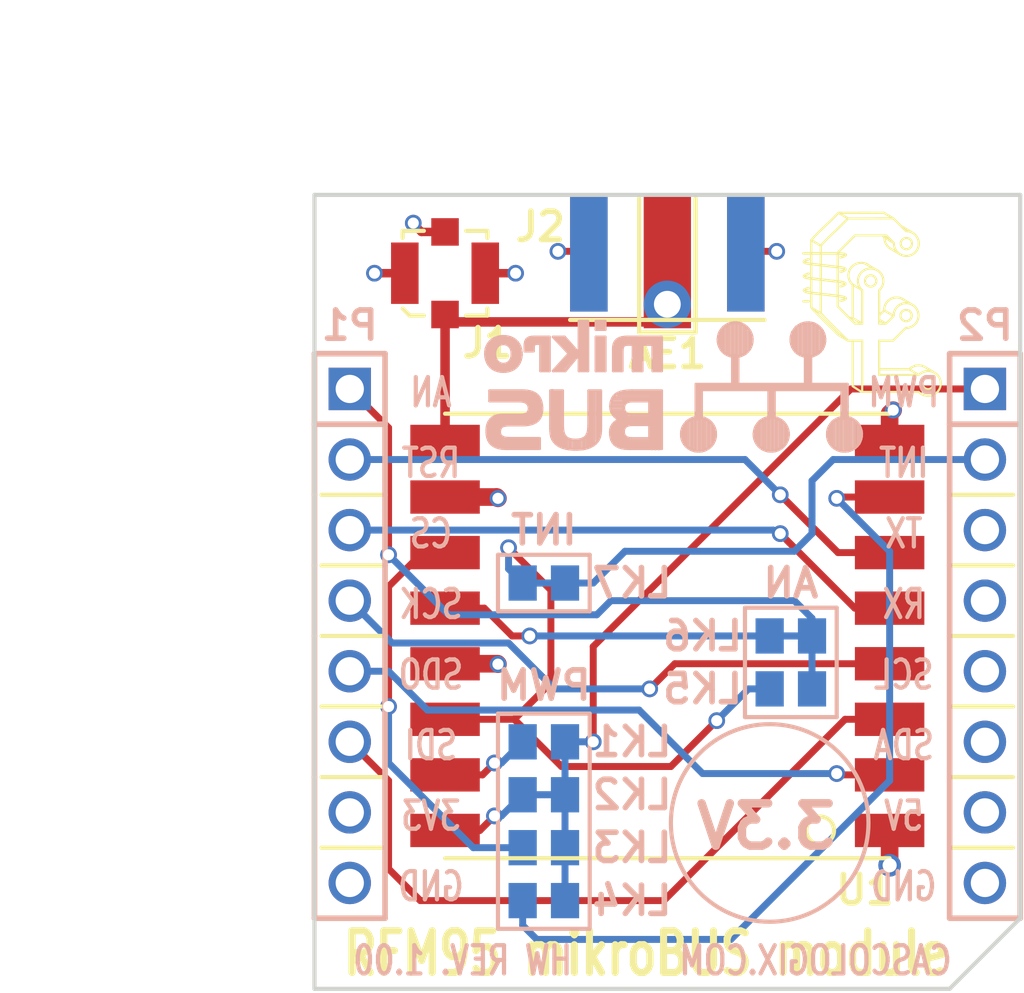
<source format=kicad_pcb>
(kicad_pcb (version 4) (host pcbnew 4.0.4-stable)
  (title_block (title "RFM95 mikroBUS Module") (date 2016-01-08) (rev 1.00))
  (layers (0 F.Cu signal) (1 Gnd.Cu power hide) (2 Pwr.Cu power hide) (31 B.Cu signal) (34 B.Paste user) (35 F.Paste user) (36 B.SilkS user) (37 F.SilkS user) (38 B.Mask user) (39 F.Mask user) (44 Edge.Cuts user))
  (net 0 "")
  (net 1 MOSI)
  (net 2 SCK)
  (net 3 CS)
  (net 4 RST)
  (net 5 AN)
  (net 6 +3.3V)
  (net 7 GND)
  (net 8 MISO)
  (net 9 INT)
  (net 10 PWM)
  (net 11 "Net-(AE1-Pad1)")
  (net 12 DIO1)
  (net 13 DIO2)
  (net 14 DIO3)
  (net 15 DIO5)
  (net 16 DIO4)
  (net 17 DIO0)
  (module RF_Modules:RFM95W (layer F.Cu) (at 123.698 113.665 180)
    (fp_text reference U1 (at -7.112 -9.144 180) (layer F.SilkS) (effects (font (size 1.016 1.016) (thickness 0.2032))))
    (fp_text value RFM95W)
    (pad 1 smd rect (at -8 -7 180) (size 2.5 1.2) (layers F.Cu F.Paste F.Mask) (net 7 GND))
    (pad 2 smd rect (at -8 -5 180) (size 2.5 1.2) (layers F.Cu F.Paste F.Mask) (net 8 MISO))
    (pad 3 smd rect (at -8 -3 180) (size 2.5 1.2) (layers F.Cu F.Paste F.Mask) (net 1 MOSI))
    (pad 4 smd rect (at -8 -1 180) (size 2.5 1.2) (layers F.Cu F.Paste F.Mask) (net 2 SCK))
    (pad 5 smd rect (at -8 1 180) (size 2.5 1.2) (layers F.Cu F.Paste F.Mask) (net 3 CS))
    (pad 6 smd rect (at -8 3 180) (size 2.5 1.2) (layers F.Cu F.Paste F.Mask) (net 4 RST))
    (pad 7 smd rect (at -8 5 180) (size 2.5 1.2) (layers F.Cu F.Paste F.Mask) (net 15 DIO5))
    (pad 8 smd rect (at -8 7 180) (size 2.5 1.2) (layers F.Cu F.Paste F.Mask) (net 7 GND))
    (pad 9 smd rect (at 8 7 180) (size 2.5 1.2) (layers F.Cu F.Paste F.Mask) (net 11 "Net-(AE1-Pad1)"))
    (pad 10 smd rect (at 8 5 180) (size 2.5 1.2) (layers F.Cu F.Paste F.Mask) (net 7 GND))
    (pad 11 smd rect (at 8 3 180) (size 2.5 1.2) (layers F.Cu F.Paste F.Mask) (net 14 DIO3))
    (pad 12 smd rect (at 8 1 180) (size 2.5 1.2) (layers F.Cu F.Paste F.Mask) (net 16 DIO4))
    (pad 13 smd rect (at 8 -1 180) (size 2.5 1.2) (layers F.Cu F.Paste F.Mask) (net 6 +3.3V))
    (pad 14 smd rect (at 8 -3 180) (size 2.5 1.2) (layers F.Cu F.Paste F.Mask) (net 17 DIO0))
    (pad 15 smd rect (at 8 -5 180) (size 2.5 1.2) (layers F.Cu F.Paste F.Mask) (net 12 DIO1))
    (pad 16 smd rect (at 8 -7 180) (size 2.5 1.2) (layers F.Cu F.Paste F.Mask) (net 13 DIO2))
  )
  (module Header:HEADER_M_2.54MM_1R8P_ST_AU_PTH (layer B.Cu) (at 135.128 113.665 270)
    (fp_text reference P2 (at -11.176 0 360) (layer B.SilkS) (effects (font (size 1.016 1.016) (thickness 0.2032)) (justify mirror)))
    (fp_text value HEADER_M_2.54MM_1R8P_ST_AU_PTH hide)
    (pad 6 thru_hole circle (at 3.81 0 270) (size 1.524 1.524) (drill 1.016) (layers *.Cu *.Mask))
    (pad 4 thru_hole circle (at -1.27 0 270) (size 1.524 1.524) (drill 1.016) (layers *.Cu *.Mask))
    (pad 3 thru_hole circle (at -3.81 0 270) (size 1.524 1.524) (drill 1.016) (layers *.Cu *.Mask))
    (pad 2 thru_hole circle (at -6.35 0 270) (size 1.524 1.524) (drill 1.016) (layers *.Cu *.Mask) (net 9 INT))
    (pad 1 thru_hole rect (at -8.89 0 270) (size 1.524 1.524) (drill 1.016) (layers *.Cu *.Mask) (net 10 PWM))
    (pad 7 thru_hole circle (at 6.35 0 270) (size 1.524 1.524) (drill 1.016) (layers *.Cu *.Mask))
    (pad 8 thru_hole circle (at 8.89 0 270) (size 1.524 1.524) (drill 1.016) (layers *.Cu *.Mask) (net 7 GND))
    (pad 5 thru_hole circle (at 1.27 0 270) (size 1.524 1.524) (drill 1.016) (layers *.Cu *.Mask))
  )
  (module Header:HEADER_M_2.54MM_1R8P_ST_AU_PTH (layer B.Cu) (at 112.268 113.665 270)
    (fp_text reference P1 (at -11.176 0 360) (layer B.SilkS) (effects (font (size 1.016 1.016) (thickness 0.2032)) (justify mirror)))
    (fp_text value HEADER_M_2.54MM_1R8P_ST_AU_PTH hide)
    (pad 6 thru_hole circle (at 3.81 0 270) (size 1.524 1.524) (drill 1.016) (layers *.Cu *.Mask) (net 1 MOSI))
    (pad 4 thru_hole circle (at -1.27 0 270) (size 1.524 1.524) (drill 1.016) (layers *.Cu *.Mask) (net 2 SCK))
    (pad 3 thru_hole circle (at -3.81 0 270) (size 1.524 1.524) (drill 1.016) (layers *.Cu *.Mask) (net 3 CS))
    (pad 2 thru_hole circle (at -6.35 0 270) (size 1.524 1.524) (drill 1.016) (layers *.Cu *.Mask) (net 4 RST))
    (pad 1 thru_hole rect (at -8.89 0 270) (size 1.524 1.524) (drill 1.016) (layers *.Cu *.Mask) (net 5 AN))
    (pad 7 thru_hole circle (at 6.35 0 270) (size 1.524 1.524) (drill 1.016) (layers *.Cu *.Mask) (net 6 +3.3V))
    (pad 8 thru_hole circle (at 8.89 0 270) (size 1.524 1.524) (drill 1.016) (layers *.Cu *.Mask) (net 7 GND))
    (pad 5 thru_hole circle (at 1.27 0 270) (size 1.524 1.524) (drill 1.016) (layers *.Cu *.Mask) (net 8 MISO))
  )
  (module Connector:U.FL-R-SMT (layer F.Cu) (at 115.697 100.6094)
    (fp_text reference J1 (at 1.524 2.5146) (layer F.SilkS) (effects (font (size 1.016 1.016) (thickness 0.2032))))
    (fp_text value u.FL hide)
    (pad 1 smd rect (at 0 1.4859) (size 0.9906 0.9906) (layers F.Cu F.Paste F.Mask) (net 11 "Net-(AE1-Pad1)"))
    (pad 4 smd rect (at 1.4478 0) (size 0.9906 2.2098) (layers F.Cu F.Paste F.Mask) (net 7 GND))
    (pad 2 smd rect (at -1.4478 0) (size 0.9906 2.2098) (layers F.Cu F.Paste F.Mask) (net 7 GND))
    (pad 3 smd rect (at 0 -1.4859) (size 0.9906 0.9906) (layers F.Cu F.Paste F.Mask) (net 7 GND))
  )
  (module Passive:ANTENNA_HELICAL_RA (layer F.Cu) (at 123.698 101.727)
    (fp_text reference AE1 (at 0 1.778) (layer F.SilkS) (effects (font (size 1.016 1.016) (thickness 0.2032))))
    (fp_text value Antenna_Helical_RA hide)
    (pad 1 thru_hole circle (at 0 0) (size 1.7018 1.7018) (drill 0.9652) (layers *.Cu *.Mask) (net 11 "Net-(AE1-Pad1)"))
    (pad 1 smd rect (at 0 -1.524) (size 1.7018 4.7752) (layers F.Cu F.Mask) (net 11 "Net-(AE1-Pad1)"))
  )
  (module Passive:SOLDER_LINK_NC (layer B.Cu) (at 119.253 111.76 90)
    (fp_text reference LK7 (at 0 3.175 360) (layer B.SilkS) (effects (font (size 1.016 1.016) (thickness 0.2032)) (justify mirror)))
    (fp_text value NC hide)
    (fp_line (start 0 -0.508) (end 0 0.508) (layer B.Cu) (width 0.254))
    (pad 1 smd rect (at 0 0.762 90) (size 1.27 1.016) (layers B.Cu B.Mask) (net 9 INT))
    (pad 2 smd rect (at 0 -0.762 90) (size 1.27 1.016) (layers B.Cu B.Mask) (net 17 DIO0))
  )
  (module Passive:SOLDER_LINK_NC (layer B.Cu) (at 119.253 119.38 90)
    (fp_text reference LK2 (at 0 3.175 360) (layer B.SilkS) (effects (font (size 1.016 1.016) (thickness 0.2032)) (justify mirror)))
    (fp_text value NC hide)
    (fp_line (start 0 -0.508) (end 0 0.508) (layer B.Cu) (width 0.254))
    (pad 1 smd rect (at 0 0.762 90) (size 1.27 1.016) (layers B.Cu B.Mask) (net 10 PWM))
    (pad 2 smd rect (at 0 -0.762 90) (size 1.27 1.016) (layers B.Cu B.Mask) (net 13 DIO2))
  )
  (module Passive:SOLDER_LINK_NC (layer B.Cu) (at 128.143 113.665 90)
    (fp_text reference LK6 (at 0 -3.175 360) (layer B.SilkS) (effects (font (size 1.016 1.016) (thickness 0.2032)) (justify mirror)))
    (fp_text value NC hide)
    (fp_line (start 0 -0.508) (end 0 0.508) (layer B.Cu) (width 0.254))
    (pad 1 smd rect (at 0 0.762 90) (size 1.27 1.016) (layers B.Cu B.Mask) (net 5 AN))
    (pad 2 smd rect (at 0 -0.762 90) (size 1.27 1.016) (layers B.Cu B.Mask) (net 16 DIO4))
  )
  (module Passive:SOLDER_LINK_NO (layer B.Cu) (at 119.253 117.475 90)
    (fp_text reference LK1 (at 0 3.175 360) (layer B.SilkS) (effects (font (size 1.016 1.016) (thickness 0.2032)) (justify mirror)))
    (fp_text value NO hide)
    (pad 1 smd rect (at 0 0.762 90) (size 1.27 1.016) (layers B.Cu B.Mask) (net 10 PWM))
    (pad 2 smd rect (at 0 -0.762 90) (size 1.27 1.016) (layers B.Cu B.Mask) (net 12 DIO1))
  )
  (module Passive:SOLDER_LINK_NO (layer B.Cu) (at 119.253 121.285 90)
    (fp_text reference LK3 (at 0 3.175 360) (layer B.SilkS) (effects (font (size 1.016 1.016) (thickness 0.2032)) (justify mirror)))
    (fp_text value NO hide)
    (pad 1 smd rect (at 0 0.762 90) (size 1.27 1.016) (layers B.Cu B.Mask) (net 10 PWM))
    (pad 2 smd rect (at 0 -0.762 90) (size 1.27 1.016) (layers B.Cu B.Mask) (net 14 DIO3))
  )
  (module Passive:SOLDER_LINK_NO (layer B.Cu) (at 119.253 123.19 90)
    (fp_text reference LK4 (at 0 3.175 360) (layer B.SilkS) (effects (font (size 1.016 1.016) (thickness 0.2032)) (justify mirror)))
    (fp_text value NO hide)
    (pad 1 smd rect (at 0 0.762 90) (size 1.27 1.016) (layers B.Cu B.Mask) (net 10 PWM))
    (pad 2 smd rect (at 0 -0.762 90) (size 1.27 1.016) (layers B.Cu B.Mask) (net 15 DIO5))
  )
  (module Passive:SOLDER_LINK_NO (layer B.Cu) (at 128.143 115.57 90)
    (fp_text reference LK5 (at 0 -3.175 360) (layer B.SilkS) (effects (font (size 1.016 1.016) (thickness 0.2032)) (justify mirror)))
    (fp_text value NO hide)
    (pad 1 smd rect (at 0 0.762 90) (size 1.27 1.016) (layers B.Cu B.Mask) (net 5 AN))
    (pad 2 smd rect (at 0 -0.762 90) (size 1.27 1.016) (layers B.Cu B.Mask) (net 17 DIO0))
  )
  (module Logo:mikroBUS_Small (layer B.Cu) (at 123.698 104.775 180)
    (fp_text reference "" hide)
    (fp_text value mikroBUS_Small hide)
  )
  (module Connector:SMA_EDGE (layer F.Cu) (at 123.698 97.79 270)
    (fp_text reference J2 (at 1.143 4.572 360) (layer F.SilkS) (effects (font (size 1.016 1.016) (thickness 0.2032))))
    (fp_text value SMA)
    (pad "" connect rect (at 2.1 2.825 270) (size 4.2 1.35) (layers B.Cu B.Mask))
    (pad "" connect rect (at 2.1 -2.825 270) (size 4.2 1.35) (layers B.Cu B.Mask))
    (pad 2 connect rect (at 2.1 -2.825 270) (size 4.2 1.35) (layers F.Cu F.Mask) (net 7 GND))
    (pad 3 connect rect (at 2.1 2.825 270) (size 4.2 1.35) (layers F.Cu F.Mask) (net 7 GND))
    (pad 1 connect rect (at 1.9 0 270) (size 3.6 1.27) (layers F.Cu F.Mask) (net 11 "Net-(AE1-Pad1)"))
  )
  (module Logo:Casco_Logix_Logo_6x6MM (layer F.Cu) (at 131.064 101.727)
    (fp_text reference G1 hide)
    (fp_text value Casco_Logix_Logo hide)
  )
  (gr_text AN (at 128.143 111.76) (layer B.SilkS) (effects (font (size 1.016 1.016) (thickness 0.2032)) (justify mirror)))
  (gr_text INT (at 119.253 109.855) (layer B.SilkS) (effects (font (size 1.016 1.016) (thickness 0.2032)) (justify mirror)))
  (gr_line (start 120.904 110.744) (end 117.602 110.744) (angle 90) (layer B.SilkS) (width 0.15))
  (gr_line (start 120.904 112.776) (end 120.904 110.744) (angle 90) (layer B.SilkS) (width 0.15))
  (gr_line (start 117.602 112.776) (end 120.904 112.776) (angle 90) (layer B.SilkS) (width 0.15))
  (gr_line (start 117.602 110.744) (end 117.602 112.776) (angle 90) (layer B.SilkS) (width 0.15))
  (gr_line (start 126.492 112.649) (end 126.492 116.586) (angle 90) (layer B.SilkS) (width 0.15))
  (gr_line (start 129.794 112.649) (end 126.492 112.649) (angle 90) (layer B.SilkS) (width 0.15))
  (gr_line (start 129.794 116.586) (end 129.794 112.649) (angle 90) (layer B.SilkS) (width 0.15))
  (gr_line (start 126.492 116.586) (end 129.794 116.586) (angle 90) (layer B.SilkS) (width 0.15))
  (gr_line (start 120.904 124.206) (end 120.904 116.459) (angle 90) (layer B.SilkS) (width 0.15))
  (gr_line (start 117.602 124.206) (end 120.904 124.206) (angle 90) (layer B.SilkS) (width 0.15))
  (gr_line (start 117.602 116.459) (end 117.602 124.206) (angle 90) (layer B.SilkS) (width 0.15))
  (gr_line (start 120.904 116.459) (end 117.602 116.459) (angle 90) (layer B.SilkS) (width 0.15))
  (gr_text PWM (at 119.253 115.443) (layer B.SilkS) (effects (font (size 1.016 1.016) (thickness 0.2032)) (justify mirror)))
  (gr_line (start 133.858 126.365) (end 136.398 123.825) (angle 90) (layer Edge.Cuts) (width 0.15))
  (gr_text CS (at 115.189 109.982) (layer B.SilkS) (effects (font (size 1.016 0.762) (thickness 0.1524)) (justify mirror)))
  (gr_text "RFM95 mikroBUS module" (at 122.936 125.095) (layer F.SilkS) (effects (font (size 1.5 1.143) (thickness 0.254))))
  (gr_line (start 136.398 123.825) (end 136.398 97.79) (angle 90) (layer Edge.Cuts) (width 0.15))
  (gr_line (start 110.998 97.79) (end 110.998 126.365) (angle 90) (layer Edge.Cuts) (width 0.15))
  (gr_line (start 136.398 97.79) (end 110.998 97.79) (angle 90) (layer Edge.Cuts) (width 0.15))
  (gr_line (start 110.998 126.365) (end 133.858 126.365) (angle 90) (layer Edge.Cuts) (width 0.15))
  (gr_circle (center 127.381 120.396) (end 130.937 120.396) (layer B.SilkS) (width 0.15))
  (gr_text 3.3V (at 127.254 120.523) (layer B.SilkS) (effects (font (thickness 0.3048)) (justify mirror)))
  (gr_text GND (at 132.207 122.682) (layer B.SilkS) (effects (font (size 1.016 0.762) (thickness 0.1524)) (justify mirror)))
  (gr_text 5V (at 132.207 120.142) (layer B.SilkS) (effects (font (size 1.016 0.762) (thickness 0.1524)) (justify mirror)))
  (gr_text SDA (at 132.207 117.602) (layer B.SilkS) (effects (font (size 1.016 0.762) (thickness 0.1524)) (justify mirror)))
  (gr_text SCL (at 132.207 115.062) (layer B.SilkS) (effects (font (size 1.016 0.762) (thickness 0.1524)) (justify mirror)))
  (gr_text RX (at 132.207 112.522) (layer B.SilkS) (effects (font (size 1.016 0.762) (thickness 0.1524)) (justify mirror)))
  (gr_text TX (at 132.207 109.982) (layer B.SilkS) (effects (font (size 1.016 0.762) (thickness 0.1524)) (justify mirror)))
  (gr_text INT (at 132.207 107.442) (layer B.SilkS) (effects (font (size 1.016 0.762) (thickness 0.1524)) (justify mirror)))
  (gr_text PWM (at 132.207 104.902) (layer B.SilkS) (effects (font (size 1.016 0.762) (thickness 0.1524)) (justify mirror)))
  (gr_text AN (at 115.189 104.902) (layer B.SilkS) (effects (font (size 1.016 0.762) (thickness 0.1524)) (justify mirror)))
  (gr_text RST (at 115.189 107.442) (layer B.SilkS) (effects (font (size 1.016 0.762) (thickness 0.1524)) (justify mirror)))
  (gr_text SCK (at 115.189 112.522) (layer B.SilkS) (effects (font (size 1.016 0.762) (thickness 0.1524)) (justify mirror)))
  (gr_text SDO (at 115.189 115.062) (layer B.SilkS) (effects (font (size 1.016 0.762) (thickness 0.1524)) (justify mirror)))
  (gr_text SDI (at 115.189 117.602) (layer B.SilkS) (effects (font (size 1.016 0.762) (thickness 0.1524)) (justify mirror)))
  (gr_text 3V3 (at 115.189 120.142) (layer B.SilkS) (effects (font (size 1.016 0.762) (thickness 0.1524)) (justify mirror)))
  (gr_text GND (at 115.189 122.682) (layer B.SilkS) (effects (font (size 1.016 0.762) (thickness 0.1524)) (justify mirror)))
  (gr_text CASCOLOGIX.COM (at 129.032 125.349) (layer B.SilkS) (effects (font (size 1.016 0.762) (thickness 0.1524)) (justify mirror)))
  (gr_text "HW REV. 1.00" (at 116.332 125.349) (layer B.SilkS) (effects (font (size 1.016 0.762) (thickness 0.1524)) (justify mirror)))
  (gr_line (start 133.858 106.045) (end 136.144 106.045) (angle 90) (layer F.SilkS) (width 0.15))
  (gr_line (start 133.858 108.585) (end 136.144 108.585) (angle 90) (layer F.SilkS) (width 0.15))
  (gr_line (start 133.858 111.125) (end 136.144 111.125) (angle 90) (layer F.SilkS) (width 0.15))
  (gr_line (start 133.858 113.665) (end 136.144 113.665) (angle 90) (layer F.SilkS) (width 0.15))
  (gr_line (start 133.858 116.205) (end 136.144 116.205) (angle 90) (layer F.SilkS) (width 0.15))
  (gr_line (start 133.858 118.745) (end 136.144 118.745) (angle 90) (layer F.SilkS) (width 0.15))
  (gr_line (start 136.144 121.285) (end 133.858 121.285) (angle 90) (layer F.SilkS) (width 0.15))
  (gr_line (start 111.252 121.285) (end 113.538 121.285) (angle 90) (layer F.SilkS) (width 0.15))
  (gr_line (start 111.252 118.745) (end 113.538 118.745) (angle 90) (layer F.SilkS) (width 0.15))
  (gr_line (start 111.252 113.665) (end 113.538 113.665) (angle 90) (layer F.SilkS) (width 0.15))
  (gr_line (start 111.252 111.125) (end 113.538 111.125) (angle 90) (layer F.SilkS) (width 0.15))
  (gr_line (start 111.252 108.585) (end 113.538 108.585) (angle 90) (layer F.SilkS) (width 0.15))
  (gr_line (start 111.252 106.045) (end 113.538 106.045) (angle 90) (layer F.SilkS) (width 0.15))
  (gr_line (start 111.252 116.205) (end 113.538 116.205) (angle 90) (layer F.SilkS) (width 0.15))
  (segment (start 112.268 117.475) (end 113.665 118.872) (width 0.25) (layer F.Cu) (net 1))
  (segment (start 130.096 116.665) (end 131.698 116.665) (width 0.25) (layer F.Cu) (net 1))
  (segment (start 123.571 123.19) (end 130.096 116.665) (width 0.25) (layer F.Cu) (net 1))
  (segment (start 114.808 123.19) (end 123.571 123.19) (width 0.25) (layer F.Cu) (net 1))
  (segment (start 113.665 122.047) (end 114.808 123.19) (width 0.25) (layer F.Cu) (net 1))
  (segment (start 113.665 118.872) (end 113.665 122.047) (width 0.25) (layer F.Cu) (net 1))
  (segment (start 112.268 112.395) (end 113.792 113.919) (width 0.25) (layer B.Cu) (net 2))
  (segment (start 123.968 114.665) (end 131.698 114.665) (width 0.25) (layer F.Cu) (net 2))
  (segment (start 123.063 115.57) (end 123.968 114.665) (width 0.25) (layer F.Cu) (net 2))
  (via (at 123.063 115.57) (size 0.6) (drill 0.4) (layers F.Cu B.Cu) (net 2))
  (segment (start 119.634 115.57) (end 123.063 115.57) (width 0.25) (layer B.Cu) (net 2))
  (segment (start 117.983 113.919) (end 119.634 115.57) (width 0.25) (layer B.Cu) (net 2))
  (segment (start 113.792 113.919) (end 117.983 113.919) (width 0.25) (layer B.Cu) (net 2))
  (segment (start 127.762 109.982) (end 130.445 112.665) (width 0.25) (layer F.Cu) (net 3))
  (segment (start 127.508 109.855) (end 127.762 109.982) (width 0.25) (layer B.Cu) (net 3))
  (via (at 127.762 109.982) (size 0.6) (drill 0.4) (layers F.Cu B.Cu) (net 3))
  (segment (start 112.268 109.855) (end 127.508 109.855) (width 0.25) (layer B.Cu) (net 3))
  (segment (start 130.445 112.665) (end 131.698 112.665) (width 0.25) (layer F.Cu) (net 3))
  (segment (start 127.762 108.585) (end 129.842 110.665) (width 0.25) (layer F.Cu) (net 4))
  (segment (start 129.842 110.665) (end 131.698 110.665) (width 0.25) (layer F.Cu) (net 4))
  (segment (start 126.492 107.315) (end 112.268 107.315) (width 0.25) (layer B.Cu) (net 4))
  (via (at 127.762 108.585) (size 0.6) (drill 0.4) (layers F.Cu B.Cu) (net 4))
  (segment (start 127.762 108.585) (end 126.492 107.315) (width 0.25) (layer B.Cu) (net 4))
  (segment (start 127.81 108.633) (end 127.762 108.585) (width 0.3048) (layer F.Cu) (net 4))
  (segment (start 128.905 113.665) (end 128.905 113.03) (width 0.25) (layer B.Cu) (net 5))
  (segment (start 128.905 113.03) (end 128.27 112.395) (width 0.25) (layer B.Cu) (net 5))
  (segment (start 113.665 106.172) (end 112.268 104.775) (width 0.25) (layer F.Cu) (net 5))
  (segment (start 113.665 110.744) (end 113.665 106.172) (width 0.25) (layer F.Cu) (net 5))
  (via (at 113.665 110.744) (size 0.6) (drill 0.4) (layers F.Cu B.Cu) (net 5))
  (segment (start 115.824 112.903) (end 113.665 110.744) (width 0.25) (layer B.Cu) (net 5))
  (segment (start 121.158 112.903) (end 115.824 112.903) (width 0.25) (layer B.Cu) (net 5))
  (segment (start 121.666 112.395) (end 121.158 112.903) (width 0.25) (layer B.Cu) (net 5))
  (segment (start 128.27 112.395) (end 121.666 112.395) (width 0.25) (layer B.Cu) (net 5))
  (segment (start 128.905 113.665) (end 128.905 115.57) (width 0.25) (layer B.Cu) (net 5))
  (segment (start 115.698 114.665) (end 117.586 114.665) (width 0.635) (layer F.Cu) (net 6))
  (via (at 117.602 114.681) (size 0.6) (drill 0.4) (layers F.Cu B.Cu) (net 6))
  (segment (start 117.586 114.665) (end 117.602 114.681) (width 0.635) (layer F.Cu) (net 6))
  (via (at 119.761 99.822) (size 0.6) (drill 0.4) (layers F.Cu B.Cu) (net 7))
  (segment (start 120.9294 99.822) (end 119.761 99.822) (width 0.25) (layer F.Cu) (net 7))
  (segment (start 131.698 106.665) (end 131.698 105.665) (width 0.635) (layer F.Cu) (net 7))
  (via (at 131.826 105.537) (size 0.6) (drill 0.4) (layers F.Cu B.Cu) (net 7))
  (segment (start 131.698 105.665) (end 131.826 105.537) (width 0.635) (layer F.Cu) (net 7))
  (segment (start 115.698 108.665) (end 117.555 108.665) (width 0.635) (layer F.Cu) (net 7))
  (via (at 117.602 108.712) (size 0.6) (drill 0.4) (layers F.Cu B.Cu) (net 7))
  (segment (start 117.555 108.665) (end 117.602 108.712) (width 0.635) (layer F.Cu) (net 7))
  (segment (start 131.698 120.665) (end 131.698 121.919) (width 0.635) (layer F.Cu) (net 7))
  (via (at 131.699 121.92) (size 0.8128) (drill 0.508) (layers F.Cu B.Cu) (net 7))
  (segment (start 131.698 121.919) (end 131.699 121.92) (width 0.635) (layer F.Cu) (net 7))
  (segment (start 126.4666 99.822) (end 127.635 99.822) (width 0.25) (layer F.Cu) (net 7))
  (via (at 127.635 99.822) (size 0.6) (drill 0.4) (layers F.Cu B.Cu) (net 7))
  (segment (start 117.1448 100.6094) (end 118.237 100.6094) (width 0.3048) (layer F.Cu) (net 7))
  (via (at 118.237 100.6094) (size 0.6) (drill 0.4) (layers F.Cu B.Cu) (net 7))
  (segment (start 115.697 99.1235) (end 114.8461 99.1235) (width 0.3048) (layer F.Cu) (net 7))
  (via (at 114.554 98.806) (size 0.6) (drill 0.4) (layers F.Cu B.Cu) (net 7))
  (segment (start 114.8461 99.1235) (end 114.554 98.8314) (width 0.3048) (layer F.Cu) (net 7))
  (segment (start 114.2492 100.6094) (end 113.157 100.6094) (width 0.3048) (layer F.Cu) (net 7))
  (via (at 113.157 100.6094) (size 0.6) (drill 0.4) (layers F.Cu B.Cu) (net 7))
  (segment (start 112.268 114.935) (end 112.268 114.935) (width 0.25) (layer B.Cu) (net 8))
  (segment (start 129.841 118.665) (end 131.698 118.665) (width 0.25) (layer F.Cu) (net 8))
  (segment (start 129.794 118.618) (end 129.841 118.665) (width 0.25) (layer F.Cu) (net 8))
  (via (at 129.794 118.618) (size 0.6) (drill 0.4) (layers F.Cu B.Cu) (net 8))
  (segment (start 124.968 118.618) (end 129.794 118.618) (width 0.25) (layer B.Cu) (net 8))
  (segment (start 122.682 116.332) (end 124.968 118.618) (width 0.25) (layer B.Cu) (net 8))
  (segment (start 115.062 116.332) (end 122.682 116.332) (width 0.25) (layer B.Cu) (net 8))
  (segment (start 113.665 114.935) (end 115.062 116.332) (width 0.25) (layer B.Cu) (net 8))
  (segment (start 112.268 114.935) (end 113.665 114.935) (width 0.25) (layer B.Cu) (net 8))
  (segment (start 128.905 109.347) (end 128.905 109.982) (width 0.25) (layer B.Cu) (net 9))
  (segment (start 129.667 107.315) (end 128.905 108.077) (width 0.25) (layer B.Cu) (net 9))
  (segment (start 128.905 108.077) (end 128.905 109.347) (width 0.25) (layer B.Cu) (net 9))
  (segment (start 135.128 107.315) (end 129.667 107.315) (width 0.25) (layer B.Cu) (net 9))
  (segment (start 121.031 111.76) (end 120.015 111.76) (width 0.25) (layer B.Cu) (net 9))
  (segment (start 122.174 110.617) (end 121.031 111.76) (width 0.25) (layer B.Cu) (net 9))
  (segment (start 128.27 110.617) (end 122.174 110.617) (width 0.25) (layer B.Cu) (net 9))
  (segment (start 128.905 109.982) (end 128.27 110.617) (width 0.25) (layer B.Cu) (net 9))
  (segment (start 135.128 104.775) (end 130.302 104.775) (width 0.25) (layer F.Cu) (net 10))
  (segment (start 121.031 117.475) (end 120.015 117.475) (width 0.25) (layer B.Cu) (net 10))
  (via (at 121.031 117.475) (size 0.6) (drill 0.4) (layers F.Cu B.Cu) (net 10))
  (segment (start 121.031 114.046) (end 121.031 117.475) (width 0.25) (layer F.Cu) (net 10))
  (segment (start 130.302 104.775) (end 121.031 114.046) (width 0.25) (layer F.Cu) (net 10))
  (segment (start 120.015 121.285) (end 120.015 123.19) (width 0.25) (layer B.Cu) (net 10))
  (segment (start 120.015 119.38) (end 120.015 121.285) (width 0.25) (layer B.Cu) (net 10))
  (segment (start 120.015 117.475) (end 120.015 119.38) (width 0.25) (layer B.Cu) (net 10))
  (segment (start 115.697 102.0953) (end 115.698 102.0963) (width 0.3429) (layer F.Cu) (net 11))
  (segment (start 115.698 102.0963) (end 115.698 106.665) (width 0.3429) (layer F.Cu) (net 11))
  (segment (start 123.698 101.727) (end 123.063 102.362) (width 0.3429) (layer F.Cu) (net 11))
  (segment (start 123.063 102.362) (end 115.9637 102.362) (width 0.3429) (layer F.Cu) (net 11))
  (segment (start 115.9637 102.362) (end 115.697 102.0953) (width 0.3429) (layer F.Cu) (net 11))
  (segment (start 123.698 101.727) (end 123.698 100.203) (width 0.3429) (layer F.Cu) (net 11))
  (segment (start 123.3297 102.0953) (end 123.698 101.727) (width 0.25) (layer F.Cu) (net 11))
  (segment (start 123.3297 102.0953) (end 123.698 101.727) (width 0.25) (layer F.Cu) (net 11))
  (segment (start 115.697 102.0953) (end 115.9891 102.3874) (width 0.3429) (layer F.Cu) (net 11))
  (segment (start 123.698 101.727) (end 123.317 102.108) (width 0.3429) (layer F.Cu) (net 11))
  (segment (start 115.698 118.665) (end 117.047 118.665) (width 0.25) (layer F.Cu) (net 12))
  (segment (start 117.047 118.665) (end 117.475 118.237) (width 0.25) (layer F.Cu) (net 12))
  (via (at 117.475 118.237) (size 0.6) (drill 0.4) (layers F.Cu B.Cu) (net 12))
  (segment (start 117.475 118.237) (end 117.729 118.237) (width 0.25) (layer B.Cu) (net 12))
  (segment (start 117.729 118.237) (end 118.491 117.475) (width 0.25) (layer B.Cu) (net 12))
  (segment (start 115.698 120.665) (end 116.952 120.665) (width 0.25) (layer F.Cu) (net 13))
  (segment (start 117.729 120.142) (end 118.491 119.38) (width 0.25) (layer B.Cu) (net 13))
  (segment (start 117.475 120.142) (end 117.729 120.142) (width 0.25) (layer B.Cu) (net 13))
  (via (at 117.475 120.142) (size 0.6) (drill 0.4) (layers F.Cu B.Cu) (net 13))
  (segment (start 116.952 120.665) (end 117.475 120.142) (width 0.25) (layer F.Cu) (net 13))
  (segment (start 115.698 110.665) (end 114.887 110.665) (width 0.25) (layer F.Cu) (net 14))
  (segment (start 114.887 110.665) (end 113.665 111.887) (width 0.25) (layer F.Cu) (net 14))
  (segment (start 116.713 121.285) (end 118.491 121.285) (width 0.25) (layer B.Cu) (net 14))
  (segment (start 113.665 118.237) (end 116.713 121.285) (width 0.25) (layer B.Cu) (net 14))
  (segment (start 113.665 116.205) (end 113.665 118.237) (width 0.25) (layer B.Cu) (net 14))
  (via (at 113.665 116.205) (size 0.6) (drill 0.4) (layers F.Cu B.Cu) (net 14))
  (segment (start 113.665 111.887) (end 113.665 116.205) (width 0.25) (layer F.Cu) (net 14))
  (segment (start 118.491 123.19) (end 118.491 124.079) (width 0.25) (layer B.Cu) (net 15))
  (segment (start 129.841 108.665) (end 131.698 108.665) (width 0.25) (layer F.Cu) (net 15))
  (segment (start 129.794 108.712) (end 129.841 108.665) (width 0.25) (layer F.Cu) (net 15))
  (via (at 129.794 108.712) (size 0.6) (drill 0.4) (layers F.Cu B.Cu) (net 15))
  (segment (start 131.699 110.617) (end 129.794 108.712) (width 0.25) (layer B.Cu) (net 15))
  (segment (start 131.699 118.872) (end 131.699 110.617) (width 0.25) (layer B.Cu) (net 15))
  (segment (start 125.984 124.587) (end 131.699 118.872) (width 0.25) (layer B.Cu) (net 15))
  (segment (start 118.999 124.587) (end 125.984 124.587) (width 0.25) (layer B.Cu) (net 15))
  (segment (start 118.491 124.079) (end 118.999 124.587) (width 0.25) (layer B.Cu) (net 15))
  (segment (start 118.745 113.665) (end 118.11 113.665) (width 0.25) (layer F.Cu) (net 16))
  (segment (start 127.381 113.665) (end 118.745 113.665) (width 0.25) (layer B.Cu) (net 16))
  (via (at 118.745 113.665) (size 0.6) (drill 0.4) (layers F.Cu B.Cu) (net 16))
  (segment (start 117.11 112.665) (end 115.698 112.665) (width 0.25) (layer F.Cu) (net 16))
  (segment (start 118.11 113.665) (end 117.11 112.665) (width 0.25) (layer F.Cu) (net 16))
  (segment (start 115.698 112.665) (end 115.714 112.649) (width 0.25) (layer F.Cu) (net 16))
  (segment (start 118.189 116.665) (end 119.507 115.347) (width 0.25) (layer F.Cu) (net 17))
  (segment (start 117.983 110.49) (end 117.983 111.252) (width 0.25) (layer B.Cu) (net 17))
  (via (at 117.983 110.49) (size 0.6) (drill 0.4) (layers F.Cu B.Cu) (net 17))
  (segment (start 119.507 112.014) (end 117.983 110.49) (width 0.25) (layer F.Cu) (net 17))
  (segment (start 119.507 115.347) (end 119.507 112.014) (width 0.25) (layer F.Cu) (net 17))
  (segment (start 117.983 111.252) (end 118.491 111.76) (width 0.25) (layer B.Cu) (net 17))
  (segment (start 115.698 116.665) (end 118.189 116.665) (width 0.25) (layer F.Cu) (net 17))
  (segment (start 126.619 115.57) (end 127.381 115.57) (width 0.25) (layer B.Cu) (net 17))
  (segment (start 125.476 116.713) (end 126.619 115.57) (width 0.25) (layer B.Cu) (net 17))
  (via (at 125.476 116.713) (size 0.6) (drill 0.4) (layers F.Cu B.Cu) (net 17))
  (segment (start 123.825 118.364) (end 125.476 116.713) (width 0.25) (layer F.Cu) (net 17))
  (segment (start 119.888 118.364) (end 123.825 118.364) (width 0.25) (layer F.Cu) (net 17))
  (segment (start 118.189 116.665) (end 119.888 118.364) (width 0.25) (layer F.Cu) (net 17))
)
</source>
